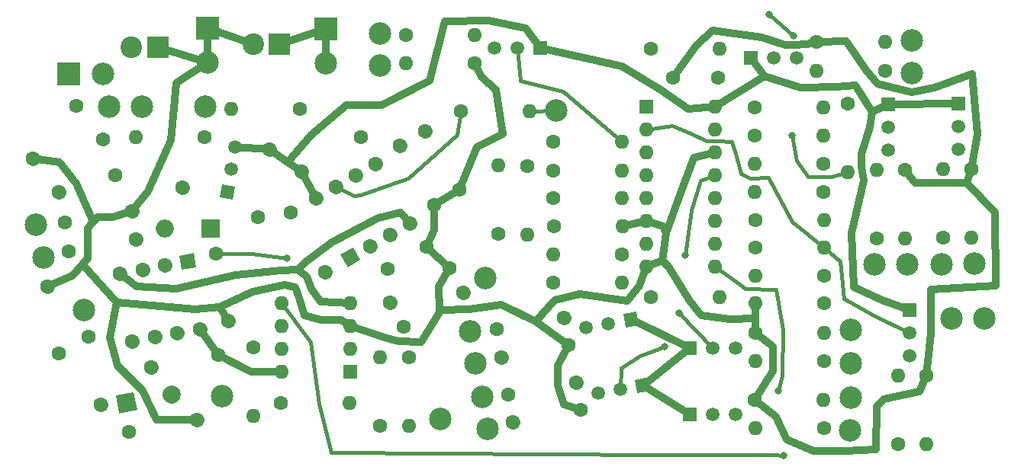
<source format=gbr>
G04 #@! TF.GenerationSoftware,KiCad,Pcbnew,(5.1.2-1)-1*
G04 #@! TF.CreationDate,2021-12-13T02:53:48-05:00*
G04 #@! TF.ProjectId,Gated Comparator - Serge,47617465-6420-4436-9f6d-70617261746f,rev?*
G04 #@! TF.SameCoordinates,Original*
G04 #@! TF.FileFunction,Copper,L1,Top*
G04 #@! TF.FilePolarity,Positive*
%FSLAX46Y46*%
G04 Gerber Fmt 4.6, Leading zero omitted, Abs format (unit mm)*
G04 Created by KiCad (PCBNEW (5.1.2-1)-1) date 2021-12-13 02:53:48*
%MOMM*%
%LPD*%
G04 APERTURE LIST*
%ADD10O,1.600000X1.600000*%
%ADD11C,1.600000*%
%ADD12C,2.499360*%
%ADD13R,2.499360X2.499360*%
%ADD14C,1.500000*%
%ADD15C,0.100000*%
%ADD16C,1.600000*%
%ADD17C,2.000000*%
%ADD18C,2.000000*%
%ADD19C,2.400000*%
%ADD20R,2.400000X2.400000*%
%ADD21R,1.500000X1.500000*%
%ADD22O,2.000000X2.000000*%
%ADD23R,2.000000X2.000000*%
%ADD24R,1.600000X1.600000*%
%ADD25C,0.800000*%
%ADD26C,0.812800*%
%ADD27C,0.406400*%
G04 APERTURE END LIST*
D10*
X72207120Y-26235660D03*
D11*
X64587120Y-26235660D03*
D12*
X75222100Y-26179780D03*
X24892000Y-22098000D03*
D13*
X21082000Y-22098000D03*
D14*
X38708129Y-35233421D03*
D15*
G36*
X39576971Y-34625051D02*
G01*
X39316499Y-36102263D01*
X37839287Y-35841791D01*
X38099759Y-34364579D01*
X39576971Y-34625051D01*
X39576971Y-34625051D01*
G37*
D14*
X39590262Y-30230598D03*
X39149195Y-32732009D03*
D11*
X37467540Y-42054780D03*
X38790739Y-49559015D03*
D16*
X38790739Y-49559015D02*
X38790739Y-49559015D01*
D10*
X93309440Y-19347180D03*
D11*
X85689440Y-19347180D03*
X35296915Y-60538501D03*
D16*
X35296915Y-60538501D02*
X35296915Y-60538501D01*
D11*
X27792680Y-61861700D03*
X17080578Y-31539519D03*
D16*
X17080578Y-31539519D02*
X17080578Y-31539519D01*
D11*
X21978620Y-25702260D03*
D12*
X17432018Y-38912800D03*
X36502340Y-20830540D03*
D13*
X36502340Y-17020540D03*
D12*
X49601120Y-20883880D03*
D13*
X49601120Y-17073880D03*
D17*
X32518643Y-57786787D03*
D18*
X32518643Y-57786787D02*
X32518643Y-57786787D01*
D17*
X27515820Y-58668920D03*
D15*
G36*
X26704660Y-59827376D02*
G01*
X26357364Y-57857760D01*
X28326980Y-57510464D01*
X28674276Y-59480080D01*
X26704660Y-59827376D01*
X26704660Y-59827376D01*
G37*
D19*
X28074620Y-19169380D03*
D20*
X30995620Y-19169380D03*
D19*
X41584880Y-18836640D03*
D20*
X44505880Y-18836640D03*
D11*
X88149420Y-22517100D03*
X93149420Y-22517100D03*
D21*
X114373660Y-48369220D03*
D14*
X114373660Y-53449220D03*
X114373660Y-50909220D03*
D21*
X90043001Y-52550059D03*
D14*
X95123001Y-52550059D03*
X92583001Y-52550059D03*
D21*
X112036860Y-25458419D03*
D14*
X112036860Y-30538419D03*
X112036860Y-27998419D03*
D21*
X119852440Y-25369520D03*
D14*
X119852440Y-30449520D03*
X119852440Y-27909520D03*
X84820171Y-56709467D03*
D15*
G36*
X83951329Y-56101097D02*
G01*
X85428541Y-55840625D01*
X85689013Y-57317837D01*
X84211801Y-57578309D01*
X83951329Y-56101097D01*
X83951329Y-56101097D01*
G37*
D14*
X79817348Y-57591600D03*
X82318759Y-57150533D03*
D21*
X89987119Y-59989720D03*
D14*
X95067119Y-59989720D03*
X92527119Y-59989720D03*
D21*
X96829880Y-20337780D03*
D14*
X101909880Y-20337780D03*
X99369880Y-20337780D03*
D21*
X73441560Y-19237961D03*
D14*
X68361560Y-19237961D03*
X70901560Y-19237961D03*
X83486483Y-49406032D03*
D15*
G36*
X82617641Y-48797662D02*
G01*
X84094853Y-48537190D01*
X84355325Y-50014402D01*
X82878113Y-50274874D01*
X82617641Y-48797662D01*
X82617641Y-48797662D01*
G37*
D14*
X78483660Y-50288165D03*
X80985071Y-49847098D03*
D11*
X60847120Y-41319276D03*
X56516993Y-43819276D03*
D22*
X31753443Y-39274024D03*
D23*
X36833443Y-39274024D03*
D12*
X67289977Y-44758637D03*
X36291761Y-25735279D03*
X29221761Y-25745281D03*
X18272826Y-42530119D03*
X25608280Y-25775919D03*
X22821760Y-48355279D03*
X62336680Y-60472320D03*
X38107620Y-57881520D03*
X65631069Y-50738679D03*
X55603140Y-17597120D03*
X114686081Y-21991320D03*
X66227511Y-54311426D03*
X55603140Y-21193761D03*
X114686081Y-18343882D03*
X107810301Y-61762641D03*
X66952994Y-57990026D03*
X117914420Y-43309540D03*
X107843320Y-58105041D03*
X67566945Y-61559685D03*
X121564400Y-43220640D03*
X110467140Y-43307000D03*
X107911899Y-54312821D03*
X119039640Y-49286160D03*
X114152680Y-43307000D03*
X107911899Y-50581558D03*
X122735340Y-49286160D03*
D11*
X58304391Y-50235142D03*
X64903505Y-46425142D03*
D16*
X64903505Y-46425142D02*
X64903505Y-46425142D01*
D10*
X39161760Y-25975281D03*
D11*
X46781760Y-25975281D03*
X36171760Y-29125281D03*
D10*
X28551760Y-29125281D03*
D11*
X56743053Y-47510820D03*
D16*
X56743053Y-47510820D02*
X56743053Y-47510820D01*
D11*
X63342167Y-43700820D03*
X57831759Y-30076165D03*
D16*
X57831759Y-30076165D02*
X57831759Y-30076165D01*
D11*
X61641759Y-36675279D03*
X26233122Y-33406080D03*
X33737357Y-34729279D03*
D16*
X33737357Y-34729279D02*
X33737357Y-34729279D01*
D11*
X28142220Y-37310895D03*
D16*
X28142220Y-37310895D02*
X28142220Y-37310895D01*
D11*
X20637985Y-38634094D03*
X23290992Y-51328783D03*
X24614191Y-58833018D03*
D16*
X24614191Y-58833018D02*
X24614191Y-58833018D01*
D11*
X18695726Y-45711402D03*
D16*
X18695726Y-45711402D02*
X18695726Y-45711402D01*
D11*
X20018925Y-53215637D03*
X21060813Y-41799612D03*
X28565048Y-40476413D03*
D16*
X28565048Y-40476413D02*
X28565048Y-40476413D01*
D11*
X46957481Y-32941716D03*
D16*
X46957481Y-32941716D02*
X46957481Y-32941716D01*
D11*
X53556595Y-29131716D03*
X64431758Y-35015280D03*
X60621758Y-28416166D03*
D16*
X60621758Y-28416166D02*
X60621758Y-28416166D01*
D11*
X37710256Y-53345544D03*
X30206021Y-54668743D03*
D16*
X30206021Y-54668743D02*
X30206021Y-54668743D01*
D11*
X24935180Y-29423360D03*
X20037138Y-35260619D03*
D16*
X20037138Y-35260619D02*
X20037138Y-35260619D01*
D11*
X45731299Y-37517902D03*
X49541299Y-44117016D03*
D16*
X49541299Y-44117016D02*
X49541299Y-44117016D01*
D11*
X43379027Y-30507573D03*
D16*
X43379027Y-30507573D02*
X43379027Y-30507573D01*
D11*
X42055828Y-38011808D03*
D10*
X52225965Y-58685049D03*
D11*
X44605965Y-58685049D03*
X55645962Y-61225050D03*
D10*
X55645962Y-53605050D03*
X82499200Y-35948620D03*
D11*
X74879200Y-35948620D03*
X74884280Y-32870140D03*
D10*
X82504280Y-32870140D03*
X82496660Y-29679900D03*
D11*
X74876660Y-29679900D03*
X85691980Y-46929040D03*
D10*
X93311980Y-46929040D03*
X107520740Y-33007300D03*
D11*
X107520740Y-25387300D03*
X97223580Y-28966160D03*
D10*
X104843580Y-28966160D03*
X97238820Y-35222180D03*
D11*
X104858820Y-35222180D03*
X97299780Y-41419780D03*
D10*
X104919780Y-41419780D03*
X58895962Y-61215047D03*
D11*
X58895962Y-53595047D03*
X41575966Y-52465050D03*
D10*
X41575966Y-60085050D03*
X82577940Y-39062660D03*
D11*
X74957940Y-39062660D03*
D10*
X71963280Y-39933880D03*
D11*
X71963280Y-32313880D03*
X68798440Y-39911020D03*
D10*
X68798440Y-32291020D03*
X74865872Y-42180977D03*
D11*
X82485872Y-42180977D03*
X74846904Y-45312574D03*
D10*
X82466904Y-45312574D03*
X104856280Y-25867360D03*
D11*
X97236280Y-25867360D03*
X104825800Y-32110680D03*
D10*
X97205800Y-32110680D03*
X104884220Y-38331140D03*
D11*
X97264220Y-38331140D03*
X104927401Y-44510963D03*
D10*
X97307401Y-44510963D03*
D11*
X104911220Y-47606400D03*
D10*
X97291220Y-47606400D03*
D11*
X68572101Y-50508965D03*
X76076336Y-49185766D03*
D16*
X76076336Y-49185766D02*
X76076336Y-49185766D01*
D11*
X69062084Y-53594962D03*
D16*
X69062084Y-53594962D02*
X69062084Y-53594962D01*
D11*
X76566319Y-52271763D03*
D10*
X66149221Y-17830803D03*
D11*
X58529221Y-17830803D03*
D10*
X58526681Y-20937220D03*
D11*
X66146681Y-20937220D03*
X111691418Y-21755100D03*
D10*
X104071418Y-21755100D03*
X111701579Y-18580099D03*
D11*
X104081579Y-18580099D03*
X104884221Y-61475622D03*
D10*
X97264221Y-61475622D03*
X104868980Y-58326021D03*
D11*
X97248980Y-58326021D03*
X69876225Y-57732500D03*
X77380460Y-56409301D03*
D16*
X77380460Y-56409301D02*
X77380460Y-56409301D01*
D11*
X70399462Y-60802316D03*
D16*
X70399462Y-60802316D02*
X70399462Y-60802316D01*
D11*
X77903697Y-59479117D03*
D10*
X118140480Y-32669480D03*
D11*
X118140480Y-40289480D03*
X121295160Y-32672020D03*
D10*
X121295160Y-40292020D03*
X110723680Y-32791399D03*
D11*
X110723680Y-40411399D03*
D10*
X113891060Y-40380920D03*
D11*
X113891060Y-32760920D03*
X104909619Y-54053741D03*
D10*
X97289619Y-54053741D03*
X104914699Y-50893982D03*
D11*
X97294699Y-50893982D03*
X113113820Y-63243460D03*
D10*
X113113820Y-55623460D03*
D11*
X116268500Y-55626000D03*
D10*
X116268500Y-63246000D03*
D11*
X52364538Y-42487017D03*
D15*
G36*
X53457358Y-42779837D02*
G01*
X52071718Y-43579837D01*
X51271718Y-42194197D01*
X52657358Y-41394197D01*
X53457358Y-42779837D01*
X53457358Y-42779837D01*
G37*
D11*
X55153652Y-32077903D03*
D16*
X55153652Y-32077903D02*
X55153652Y-32077903D01*
D11*
X54564243Y-41217017D03*
D16*
X54564243Y-41217017D02*
X54564243Y-41217017D01*
D11*
X52953947Y-33347903D03*
D16*
X52953947Y-33347903D02*
X52953947Y-33347903D01*
D11*
X56763947Y-39947017D03*
D16*
X56763947Y-39947017D02*
X56763947Y-39947017D01*
D11*
X50754243Y-34617903D03*
D16*
X50754243Y-34617903D02*
X50754243Y-34617903D01*
D11*
X58963652Y-38677017D03*
D16*
X58963652Y-38677017D02*
X58963652Y-38677017D01*
D11*
X48554538Y-35887903D03*
D16*
X48554538Y-35887903D02*
X48554538Y-35887903D01*
D11*
X35628128Y-50463311D03*
D16*
X35628128Y-50463311D02*
X35628128Y-50463311D01*
D11*
X26800694Y-44282275D03*
D16*
X26800694Y-44282275D02*
X26800694Y-44282275D01*
D11*
X33126716Y-50904377D03*
D16*
X33126716Y-50904377D02*
X33126716Y-50904377D01*
D11*
X29302106Y-43841209D03*
D16*
X29302106Y-43841209D02*
X29302106Y-43841209D01*
D11*
X30625305Y-51345444D03*
D16*
X30625305Y-51345444D02*
X30625305Y-51345444D01*
D11*
X31803517Y-43400142D03*
D16*
X31803517Y-43400142D02*
X31803517Y-43400142D01*
D11*
X28123893Y-51786510D03*
D16*
X28123893Y-51786510D02*
X28123893Y-51786510D01*
D11*
X34304929Y-42959076D03*
D15*
G36*
X33378164Y-42310148D02*
G01*
X34953857Y-42032311D01*
X35231694Y-43608004D01*
X33656001Y-43885841D01*
X33378164Y-42310148D01*
X33378164Y-42310148D01*
G37*
D24*
X52355965Y-55195051D03*
D10*
X44735965Y-47575051D03*
X52355965Y-52655051D03*
X44735965Y-50115051D03*
X52355965Y-50115051D03*
X44735965Y-52655051D03*
X52355965Y-47575051D03*
X44735965Y-55195051D03*
D24*
X85215200Y-25780620D03*
D10*
X92835200Y-43560620D03*
X85215200Y-28320620D03*
X92835200Y-41020620D03*
X85215200Y-30860620D03*
X92835200Y-38480620D03*
X85215200Y-33400620D03*
X92835200Y-35940620D03*
X85215200Y-35940620D03*
X92835200Y-33400620D03*
X85215200Y-38480620D03*
X92835200Y-30860620D03*
X85215200Y-41020620D03*
X92835200Y-28320620D03*
X85215200Y-43560620D03*
X92835200Y-25780620D03*
D25*
X45352607Y-42569493D03*
X99806760Y-57327800D03*
X87225989Y-52415289D03*
X101346000Y-28956000D03*
X88800940Y-48651160D03*
X89496900Y-42255440D03*
X101528453Y-17853233D03*
X98808540Y-15491460D03*
X100454460Y-64488060D03*
D26*
X60847121Y-41319278D02*
X61631760Y-39465281D01*
X61631760Y-39465281D02*
X61641759Y-36675279D01*
X61641759Y-36675279D02*
X64431758Y-35015280D01*
X60847121Y-41319278D02*
X63342167Y-43700820D01*
X18695726Y-45711403D02*
X21561760Y-44585281D01*
X23201760Y-42555279D02*
X23231757Y-39275280D01*
X24271761Y-38025283D02*
X26041760Y-38025280D01*
X26041760Y-38025280D02*
X28142218Y-37310894D01*
X30995620Y-19169380D02*
X36502340Y-20830540D01*
X36502340Y-20830540D02*
X36502340Y-17020540D01*
X36502340Y-17020540D02*
X41584880Y-18836640D01*
X36502340Y-20830540D02*
X33042860Y-23106380D01*
X33042860Y-23106380D02*
X32445960Y-29481780D01*
X32445960Y-29481780D02*
X29921200Y-35128200D01*
X29921200Y-35128200D02*
X28142220Y-37310895D01*
X22638208Y-43252848D02*
X26469340Y-47480220D01*
X21561760Y-44585281D02*
X22638208Y-43252848D01*
X22638208Y-43252848D02*
X23201760Y-42555279D01*
X26469340Y-47480220D02*
X35168840Y-48277780D01*
X35168840Y-48277780D02*
X37891720Y-48011080D01*
X37891720Y-48011080D02*
X38790739Y-49559015D01*
X41539160Y-46347380D02*
X45031660Y-45547280D01*
X37891720Y-48011080D02*
X41539160Y-46347380D01*
X46242689Y-45786591D02*
X46692820Y-46977300D01*
X45031660Y-45547280D02*
X46242689Y-45786591D01*
X46692820Y-46977300D02*
X47259240Y-48958500D01*
X47259240Y-48958500D02*
X49105820Y-49448720D01*
X49105820Y-49448720D02*
X51320732Y-49494472D01*
X51320732Y-49494472D02*
X52355965Y-50115051D01*
X52355965Y-50115051D02*
X56106060Y-51417220D01*
X56106060Y-51417220D02*
X57678320Y-51836320D01*
X57678320Y-51836320D02*
X60192920Y-51943000D01*
X60192920Y-51943000D02*
X62237620Y-48641000D01*
X62184280Y-45758100D02*
X63342167Y-43700820D01*
X77903697Y-59479117D02*
X76070460Y-58859420D01*
X76070460Y-58859420D02*
X75389740Y-56710580D01*
X75389740Y-56710580D02*
X75389740Y-54510940D01*
X75389740Y-54510940D02*
X76566319Y-52271763D01*
X85215200Y-43560620D02*
X86977220Y-42857420D01*
X86977220Y-42857420D02*
X87368380Y-39763700D01*
X87368380Y-39763700D02*
X87012780Y-39052500D01*
X87012780Y-39052500D02*
X85215200Y-38480620D01*
X85215200Y-38480620D02*
X82577940Y-39062660D01*
X92835200Y-30860620D02*
X90500200Y-31404560D01*
X88897460Y-35529520D02*
X87368380Y-39763700D01*
X97293007Y-49295473D02*
X94447360Y-49367440D01*
X97294699Y-50893982D02*
X97293007Y-49295473D01*
X97293007Y-49295473D02*
X97291220Y-47606400D01*
X94447360Y-49367440D02*
X91246960Y-48905160D01*
X91246960Y-48905160D02*
X90035380Y-47340520D01*
X90035380Y-47340520D02*
X87617300Y-43568620D01*
X87617300Y-43568620D02*
X86977220Y-42857420D01*
X90446894Y-31541754D02*
X88897460Y-35529520D01*
X90500200Y-31404560D02*
X90446894Y-31541754D01*
X113891060Y-32760920D02*
X114960400Y-34173160D01*
X114960400Y-34173160D02*
X120769380Y-34213800D01*
X120769380Y-34213800D02*
X121295160Y-32672020D01*
X116268500Y-55626000D02*
X115476020Y-57386220D01*
X115476020Y-57386220D02*
X111531400Y-58257440D01*
X111531400Y-58257440D02*
X110751620Y-59082940D01*
X110751620Y-59082940D02*
X110705900Y-63855600D01*
X110705900Y-63855600D02*
X107309920Y-64038480D01*
X107309920Y-64038480D02*
X103731060Y-64038480D01*
X103731060Y-64038480D02*
X100794820Y-62707520D01*
X100794820Y-62707520D02*
X99601020Y-60182760D01*
X99601020Y-60182760D02*
X97248980Y-58326021D01*
X97248980Y-58326021D02*
X99280980Y-55090060D01*
X99280980Y-55090060D02*
X99280980Y-52384960D01*
X99280980Y-52384960D02*
X97294699Y-50893982D01*
X76566319Y-52271763D02*
X72915780Y-49588420D01*
X72915780Y-49588420D02*
X69080380Y-47777400D01*
X69080380Y-47777400D02*
X65509140Y-48257460D01*
X65509140Y-48257460D02*
X62233006Y-48391614D01*
X62233006Y-48391614D02*
X62184280Y-45758100D01*
X62237620Y-48641000D02*
X62233006Y-48391614D01*
X72915780Y-49588420D02*
X74993500Y-47244000D01*
X74993500Y-47244000D02*
X77817980Y-46606460D01*
X77817980Y-46606460D02*
X81318100Y-47104300D01*
X81318100Y-47104300D02*
X83073240Y-47297340D01*
X83073240Y-47297340D02*
X84419440Y-45661580D01*
X84419440Y-45661580D02*
X85215200Y-43560620D01*
X116268500Y-55626000D02*
X116766340Y-50982880D01*
X116766340Y-50982880D02*
X116766340Y-46073060D01*
X116766340Y-46073060D02*
X123995180Y-45676820D01*
X123995180Y-45676820D02*
X123863100Y-37518340D01*
X123863100Y-37518340D02*
X120769380Y-34213800D01*
X121295160Y-32672020D02*
X121955560Y-28826460D01*
X121955560Y-28826460D02*
X121351040Y-22115780D01*
X121351040Y-22115780D02*
X117215920Y-23624540D01*
X117215920Y-23624540D02*
X114622580Y-24173180D01*
X114622580Y-24173180D02*
X112519460Y-23624540D01*
X112519460Y-23624540D02*
X110843060Y-23197820D01*
X110843060Y-23197820D02*
X109562900Y-21704300D01*
X109562900Y-21704300D02*
X107335320Y-18470880D01*
X107335320Y-18470880D02*
X104081579Y-18580099D01*
X88149420Y-22517100D02*
X90782140Y-18900140D01*
X90782140Y-18900140D02*
X92572840Y-17287240D01*
X92572840Y-17287240D02*
X97944940Y-18077180D01*
X97944940Y-18077180D02*
X100594160Y-18900140D01*
X100594160Y-18900140D02*
X101485700Y-18923000D01*
X101485700Y-18923000D02*
X103017320Y-18829020D01*
X103017320Y-18829020D02*
X104081579Y-18580099D01*
X17080578Y-31539519D02*
X20114260Y-31955740D01*
X20114260Y-31955740D02*
X21958300Y-34259520D01*
X21958300Y-34259520D02*
X23846995Y-38535815D01*
X23846995Y-38535815D02*
X24271761Y-38025283D01*
X23231757Y-39275280D02*
X23846995Y-38535815D01*
X35296915Y-60538501D02*
X30817820Y-60561220D01*
X30817820Y-60561220D02*
X29349700Y-57289700D01*
X29349700Y-57289700D02*
X26540460Y-54554120D01*
X26540460Y-54554120D02*
X25661620Y-51427380D01*
X25661620Y-51427380D02*
X26469340Y-47480220D01*
X64431758Y-35015280D02*
X66382900Y-30256480D01*
X66382900Y-30256480D02*
X69281040Y-28836620D01*
X69281040Y-28836620D02*
X68541900Y-23842980D01*
X68541900Y-23842980D02*
X66878200Y-22425660D01*
X66878200Y-22425660D02*
X66146681Y-20937220D01*
D27*
X64587120Y-26235660D02*
X64228980Y-28841700D01*
X64228980Y-28841700D02*
X58795920Y-33741360D01*
X58795920Y-33741360D02*
X53428900Y-35572700D01*
X53428900Y-35572700D02*
X52788820Y-35615880D01*
X52788820Y-35615880D02*
X50754243Y-34617903D01*
D26*
X48554537Y-35887900D02*
X46957480Y-32941717D01*
X37710256Y-53345544D02*
X35628128Y-50463311D01*
X44735965Y-55195051D02*
X41328340Y-55196740D01*
X41328340Y-55196740D02*
X37710256Y-53345544D01*
X84820171Y-56709467D02*
X89987119Y-59989720D01*
X84820171Y-56709467D02*
X90043001Y-52550059D01*
X90043001Y-52550059D02*
X83486483Y-49406032D01*
X114373660Y-48369220D02*
X111328200Y-47292260D01*
X111328200Y-47292260D02*
X108257340Y-45780960D01*
X108257340Y-45780960D02*
X107988100Y-39799260D01*
X107988100Y-39799260D02*
X109280960Y-33924240D01*
X109280960Y-33924240D02*
X109057440Y-32438340D01*
X109057440Y-32438340D02*
X109057440Y-31038800D01*
X109057440Y-31038800D02*
X109982000Y-28023820D01*
X112036860Y-25458419D02*
X119852440Y-25369520D01*
X109982000Y-28023820D02*
X110210600Y-26342340D01*
X110210600Y-26342340D02*
X112036860Y-25458419D01*
X96829880Y-20337780D02*
X98270060Y-22379940D01*
X98270060Y-22379940D02*
X102275640Y-23604220D01*
X102275640Y-23604220D02*
X106253280Y-23545800D01*
X98270060Y-22379940D02*
X92835200Y-25780620D01*
X92835200Y-25780620D02*
X89811860Y-25971500D01*
X89811860Y-25971500D02*
X86771480Y-23891240D01*
X86771480Y-23891240D02*
X82448400Y-21267420D01*
X82448400Y-21267420D02*
X73441560Y-19237961D01*
X73441560Y-19237961D02*
X71770240Y-17028160D01*
X71770240Y-17028160D02*
X67668140Y-16207740D01*
X67668140Y-16207740D02*
X62872620Y-16271240D01*
X62872620Y-16271240D02*
X61104780Y-22834600D01*
X61104780Y-22834600D02*
X55803800Y-25547320D01*
X55803800Y-25547320D02*
X51892200Y-25547320D01*
X51892200Y-25547320D02*
X48041560Y-28892500D01*
X45419507Y-31895553D02*
X46957480Y-32941717D01*
X48041560Y-28892500D02*
X45419507Y-31895553D01*
X43379027Y-30507573D02*
X45419507Y-31895553D01*
X43379027Y-30507573D02*
X39590262Y-30230598D01*
X110210600Y-26342340D02*
X108376589Y-23355169D01*
X106253280Y-23545800D02*
X108376589Y-23355169D01*
X26800694Y-44282275D02*
X28625800Y-45765720D01*
X28625800Y-45765720D02*
X33063180Y-45984160D01*
X33063180Y-45984160D02*
X39611300Y-44493180D01*
X39611300Y-44493180D02*
X44594780Y-43985180D01*
X44594780Y-43985180D02*
X46504860Y-43830240D01*
X46504860Y-43830240D02*
X47541180Y-44658280D01*
X47541180Y-44658280D02*
X48031400Y-46017180D01*
X48031400Y-46017180D02*
X49067720Y-47449740D01*
X49067720Y-47449740D02*
X52355965Y-47575051D01*
X58963652Y-38677017D02*
X57886600Y-37477700D01*
X57886600Y-37477700D02*
X55476140Y-38107620D01*
X55476140Y-38107620D02*
X50340260Y-40779700D01*
X50340260Y-40779700D02*
X47564040Y-42824400D01*
X47564040Y-42824400D02*
X46504860Y-43830240D01*
X44505880Y-18836640D02*
X49601120Y-17073880D01*
X49601120Y-17073880D02*
X49601120Y-20883880D01*
D27*
X45352607Y-42569493D02*
X41374060Y-42115740D01*
X41374060Y-42115740D02*
X37467540Y-42054780D01*
X92835200Y-43560620D02*
X95163640Y-45186600D01*
X95163640Y-45186600D02*
X96164400Y-45999400D01*
X96164400Y-45999400D02*
X99542600Y-46029880D01*
X99542600Y-46029880D02*
X100385880Y-50596800D01*
X100385880Y-50596800D02*
X100248720Y-55618380D01*
X100248720Y-55618380D02*
X99806760Y-57327800D01*
X99806760Y-57327800D02*
X99806760Y-57327800D01*
X82496660Y-29679900D02*
X75951080Y-24079200D01*
X75951080Y-24079200D02*
X71239380Y-22882860D01*
X71239380Y-22882860D02*
X70901560Y-19237961D01*
X87225989Y-52415289D02*
X84546440Y-53436520D01*
X84546440Y-53436520D02*
X82412840Y-54787800D01*
X82412840Y-54787800D02*
X82318759Y-57150533D01*
X101346000Y-28956000D02*
X101854000Y-31750000D01*
X101854000Y-31750000D02*
X103124000Y-33528000D01*
X103124000Y-33528000D02*
X105664000Y-33528000D01*
X105664000Y-33528000D02*
X107520740Y-33007300D01*
X92583001Y-52550059D02*
X88800940Y-48651160D01*
X88800940Y-48651160D02*
X88800940Y-48651160D01*
X89496900Y-42255440D02*
X90175080Y-37251640D01*
X90175080Y-37251640D02*
X91183460Y-33954720D01*
X91183460Y-33954720D02*
X92835200Y-33400620D01*
X104919780Y-41419780D02*
X106690160Y-42908220D01*
X106690160Y-42908220D02*
X107154980Y-47078900D01*
X107154980Y-47078900D02*
X110431580Y-48933100D01*
X110431580Y-48933100D02*
X114373660Y-50909220D01*
X104919780Y-41419780D02*
X101338380Y-38519100D01*
X101338380Y-38519100D02*
X98737420Y-33619440D01*
X98737420Y-33619440D02*
X96667320Y-33682940D01*
X96667320Y-33682940D02*
X95669100Y-33192720D01*
X95669100Y-33192720D02*
X95211900Y-31247080D01*
X95211900Y-31247080D02*
X94642940Y-29616400D01*
X94642940Y-29616400D02*
X93050360Y-29596080D01*
X93050360Y-29596080D02*
X91859100Y-29565600D01*
X91859100Y-29565600D02*
X90091260Y-28737560D01*
X90091260Y-28737560D02*
X88054180Y-27873960D01*
X88054180Y-27873960D02*
X85215200Y-28320620D01*
X101528453Y-17853233D02*
X98808540Y-15491460D01*
X98808540Y-15491460D02*
X98808540Y-15491460D01*
X44735965Y-47575051D02*
X47960280Y-51884580D01*
X47960280Y-51884580D02*
X48884840Y-58770520D01*
X48884840Y-58770520D02*
X50220880Y-64218820D01*
X50220880Y-64218820D02*
X86090760Y-64424560D01*
X86090760Y-64424560D02*
X99349560Y-64424560D01*
X100454460Y-64488060D02*
X99349560Y-64424560D01*
X75222100Y-26179780D02*
X72207120Y-26235660D01*
M02*

</source>
